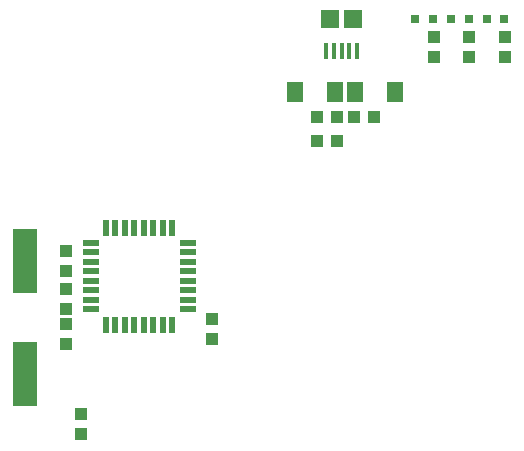
<source format=gbr>
G04 EAGLE Gerber RS-274X export*
G75*
%MOMM*%
%FSLAX34Y34*%
%LPD*%
%INSolderpaste Top*%
%IPPOS*%
%AMOC8*
5,1,8,0,0,1.08239X$1,22.5*%
G01*
%ADD10R,1.000000X1.100000*%
%ADD11R,1.400000X1.800000*%
%ADD12R,0.800000X0.800000*%
%ADD13R,2.080000X5.500000*%
%ADD14R,1.100000X1.000000*%
%ADD15R,1.473200X0.508000*%
%ADD16R,0.508000X1.473200*%
%ADD17R,1.500000X1.500000*%
%ADD18R,0.400000X1.350000*%


D10*
X376238Y256050D03*
X376238Y239050D03*
X376238Y269213D03*
X376238Y286213D03*
X500063Y260813D03*
X500063Y243813D03*
X376238Y300963D03*
X376238Y317963D03*
D11*
X604375Y452338D03*
X570375Y452338D03*
X621175Y452338D03*
X655175Y452338D03*
D12*
X732275Y514250D03*
X747275Y514250D03*
X702113Y514250D03*
X717113Y514250D03*
D13*
X341313Y214338D03*
X341313Y309338D03*
D14*
X388938Y162850D03*
X388938Y179850D03*
D10*
X637150Y431700D03*
X620150Y431700D03*
D14*
X747713Y481938D03*
X747713Y498938D03*
X717550Y481938D03*
X717550Y498938D03*
D10*
X588400Y411063D03*
X605400Y411063D03*
X588400Y431700D03*
X605400Y431700D03*
D15*
X397002Y324703D03*
X397002Y316829D03*
X397002Y308701D03*
X397002Y300827D03*
X397002Y292699D03*
X397002Y284825D03*
X397002Y276697D03*
X397002Y268823D03*
D16*
X410210Y255615D03*
X418084Y255615D03*
X426212Y255615D03*
X434086Y255615D03*
X442214Y255615D03*
X450088Y255615D03*
X458216Y255615D03*
X466090Y255615D03*
D15*
X479298Y268823D03*
X479298Y276697D03*
X479298Y284825D03*
X479298Y292699D03*
X479298Y300827D03*
X479298Y308701D03*
X479298Y316829D03*
X479298Y324703D03*
D16*
X466090Y337911D03*
X458216Y337911D03*
X450088Y337911D03*
X442214Y337911D03*
X434086Y337911D03*
X426212Y337911D03*
X418084Y337911D03*
X410210Y337911D03*
D17*
X619600Y514250D03*
X599600Y514250D03*
D18*
X609600Y487250D03*
X616100Y487250D03*
X596600Y487250D03*
X603100Y487250D03*
X622600Y487250D03*
D12*
X671950Y514250D03*
X686950Y514250D03*
D14*
X687388Y498938D03*
X687388Y481938D03*
M02*

</source>
